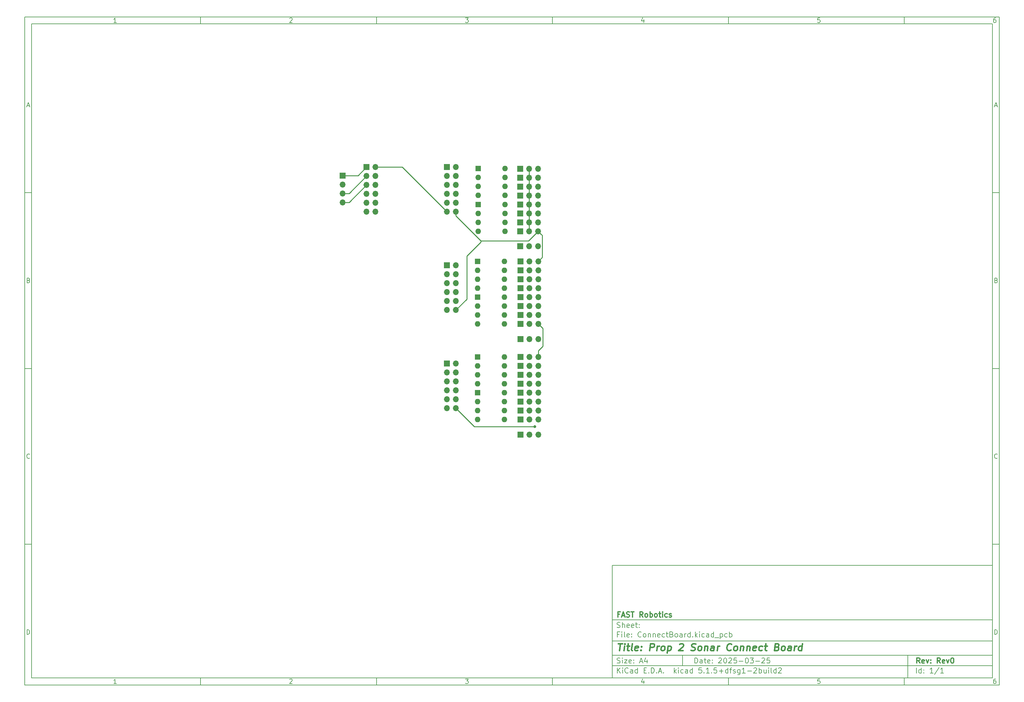
<source format=gbr>
G04 #@! TF.GenerationSoftware,KiCad,Pcbnew,5.1.5+dfsg1-2build2*
G04 #@! TF.CreationDate,2025-03-25T17:45:28-05:00*
G04 #@! TF.ProjectId,ConnectBoard,436f6e6e-6563-4744-926f-6172642e6b69,Rev0*
G04 #@! TF.SameCoordinates,Original*
G04 #@! TF.FileFunction,Copper,L2,Bot*
G04 #@! TF.FilePolarity,Positive*
%FSLAX46Y46*%
G04 Gerber Fmt 4.6, Leading zero omitted, Abs format (unit mm)*
G04 Created by KiCad (PCBNEW 5.1.5+dfsg1-2build2) date 2025-03-25 17:45:28*
%MOMM*%
%LPD*%
G04 APERTURE LIST*
%ADD10C,0.100000*%
%ADD11C,0.150000*%
%ADD12C,0.300000*%
%ADD13C,0.400000*%
%ADD14O,1.700000X1.700000*%
%ADD15R,1.700000X1.700000*%
%ADD16O,1.600000X1.600000*%
%ADD17R,1.600000X1.600000*%
%ADD18C,0.800000*%
%ADD19C,0.250000*%
G04 APERTURE END LIST*
D10*
D11*
X177002200Y-166007200D02*
X177002200Y-198007200D01*
X285002200Y-198007200D01*
X285002200Y-166007200D01*
X177002200Y-166007200D01*
D10*
D11*
X10000000Y-10000000D02*
X10000000Y-200007200D01*
X287002200Y-200007200D01*
X287002200Y-10000000D01*
X10000000Y-10000000D01*
D10*
D11*
X12000000Y-12000000D02*
X12000000Y-198007200D01*
X285002200Y-198007200D01*
X285002200Y-12000000D01*
X12000000Y-12000000D01*
D10*
D11*
X60000000Y-12000000D02*
X60000000Y-10000000D01*
D10*
D11*
X110000000Y-12000000D02*
X110000000Y-10000000D01*
D10*
D11*
X160000000Y-12000000D02*
X160000000Y-10000000D01*
D10*
D11*
X210000000Y-12000000D02*
X210000000Y-10000000D01*
D10*
D11*
X260000000Y-12000000D02*
X260000000Y-10000000D01*
D10*
D11*
X36065476Y-11588095D02*
X35322619Y-11588095D01*
X35694047Y-11588095D02*
X35694047Y-10288095D01*
X35570238Y-10473809D01*
X35446428Y-10597619D01*
X35322619Y-10659523D01*
D10*
D11*
X85322619Y-10411904D02*
X85384523Y-10350000D01*
X85508333Y-10288095D01*
X85817857Y-10288095D01*
X85941666Y-10350000D01*
X86003571Y-10411904D01*
X86065476Y-10535714D01*
X86065476Y-10659523D01*
X86003571Y-10845238D01*
X85260714Y-11588095D01*
X86065476Y-11588095D01*
D10*
D11*
X135260714Y-10288095D02*
X136065476Y-10288095D01*
X135632142Y-10783333D01*
X135817857Y-10783333D01*
X135941666Y-10845238D01*
X136003571Y-10907142D01*
X136065476Y-11030952D01*
X136065476Y-11340476D01*
X136003571Y-11464285D01*
X135941666Y-11526190D01*
X135817857Y-11588095D01*
X135446428Y-11588095D01*
X135322619Y-11526190D01*
X135260714Y-11464285D01*
D10*
D11*
X185941666Y-10721428D02*
X185941666Y-11588095D01*
X185632142Y-10226190D02*
X185322619Y-11154761D01*
X186127380Y-11154761D01*
D10*
D11*
X236003571Y-10288095D02*
X235384523Y-10288095D01*
X235322619Y-10907142D01*
X235384523Y-10845238D01*
X235508333Y-10783333D01*
X235817857Y-10783333D01*
X235941666Y-10845238D01*
X236003571Y-10907142D01*
X236065476Y-11030952D01*
X236065476Y-11340476D01*
X236003571Y-11464285D01*
X235941666Y-11526190D01*
X235817857Y-11588095D01*
X235508333Y-11588095D01*
X235384523Y-11526190D01*
X235322619Y-11464285D01*
D10*
D11*
X285941666Y-10288095D02*
X285694047Y-10288095D01*
X285570238Y-10350000D01*
X285508333Y-10411904D01*
X285384523Y-10597619D01*
X285322619Y-10845238D01*
X285322619Y-11340476D01*
X285384523Y-11464285D01*
X285446428Y-11526190D01*
X285570238Y-11588095D01*
X285817857Y-11588095D01*
X285941666Y-11526190D01*
X286003571Y-11464285D01*
X286065476Y-11340476D01*
X286065476Y-11030952D01*
X286003571Y-10907142D01*
X285941666Y-10845238D01*
X285817857Y-10783333D01*
X285570238Y-10783333D01*
X285446428Y-10845238D01*
X285384523Y-10907142D01*
X285322619Y-11030952D01*
D10*
D11*
X60000000Y-198007200D02*
X60000000Y-200007200D01*
D10*
D11*
X110000000Y-198007200D02*
X110000000Y-200007200D01*
D10*
D11*
X160000000Y-198007200D02*
X160000000Y-200007200D01*
D10*
D11*
X210000000Y-198007200D02*
X210000000Y-200007200D01*
D10*
D11*
X260000000Y-198007200D02*
X260000000Y-200007200D01*
D10*
D11*
X36065476Y-199595295D02*
X35322619Y-199595295D01*
X35694047Y-199595295D02*
X35694047Y-198295295D01*
X35570238Y-198481009D01*
X35446428Y-198604819D01*
X35322619Y-198666723D01*
D10*
D11*
X85322619Y-198419104D02*
X85384523Y-198357200D01*
X85508333Y-198295295D01*
X85817857Y-198295295D01*
X85941666Y-198357200D01*
X86003571Y-198419104D01*
X86065476Y-198542914D01*
X86065476Y-198666723D01*
X86003571Y-198852438D01*
X85260714Y-199595295D01*
X86065476Y-199595295D01*
D10*
D11*
X135260714Y-198295295D02*
X136065476Y-198295295D01*
X135632142Y-198790533D01*
X135817857Y-198790533D01*
X135941666Y-198852438D01*
X136003571Y-198914342D01*
X136065476Y-199038152D01*
X136065476Y-199347676D01*
X136003571Y-199471485D01*
X135941666Y-199533390D01*
X135817857Y-199595295D01*
X135446428Y-199595295D01*
X135322619Y-199533390D01*
X135260714Y-199471485D01*
D10*
D11*
X185941666Y-198728628D02*
X185941666Y-199595295D01*
X185632142Y-198233390D02*
X185322619Y-199161961D01*
X186127380Y-199161961D01*
D10*
D11*
X236003571Y-198295295D02*
X235384523Y-198295295D01*
X235322619Y-198914342D01*
X235384523Y-198852438D01*
X235508333Y-198790533D01*
X235817857Y-198790533D01*
X235941666Y-198852438D01*
X236003571Y-198914342D01*
X236065476Y-199038152D01*
X236065476Y-199347676D01*
X236003571Y-199471485D01*
X235941666Y-199533390D01*
X235817857Y-199595295D01*
X235508333Y-199595295D01*
X235384523Y-199533390D01*
X235322619Y-199471485D01*
D10*
D11*
X285941666Y-198295295D02*
X285694047Y-198295295D01*
X285570238Y-198357200D01*
X285508333Y-198419104D01*
X285384523Y-198604819D01*
X285322619Y-198852438D01*
X285322619Y-199347676D01*
X285384523Y-199471485D01*
X285446428Y-199533390D01*
X285570238Y-199595295D01*
X285817857Y-199595295D01*
X285941666Y-199533390D01*
X286003571Y-199471485D01*
X286065476Y-199347676D01*
X286065476Y-199038152D01*
X286003571Y-198914342D01*
X285941666Y-198852438D01*
X285817857Y-198790533D01*
X285570238Y-198790533D01*
X285446428Y-198852438D01*
X285384523Y-198914342D01*
X285322619Y-199038152D01*
D10*
D11*
X10000000Y-60000000D02*
X12000000Y-60000000D01*
D10*
D11*
X10000000Y-110000000D02*
X12000000Y-110000000D01*
D10*
D11*
X10000000Y-160000000D02*
X12000000Y-160000000D01*
D10*
D11*
X10690476Y-35216666D02*
X11309523Y-35216666D01*
X10566666Y-35588095D02*
X11000000Y-34288095D01*
X11433333Y-35588095D01*
D10*
D11*
X11092857Y-84907142D02*
X11278571Y-84969047D01*
X11340476Y-85030952D01*
X11402380Y-85154761D01*
X11402380Y-85340476D01*
X11340476Y-85464285D01*
X11278571Y-85526190D01*
X11154761Y-85588095D01*
X10659523Y-85588095D01*
X10659523Y-84288095D01*
X11092857Y-84288095D01*
X11216666Y-84350000D01*
X11278571Y-84411904D01*
X11340476Y-84535714D01*
X11340476Y-84659523D01*
X11278571Y-84783333D01*
X11216666Y-84845238D01*
X11092857Y-84907142D01*
X10659523Y-84907142D01*
D10*
D11*
X11402380Y-135464285D02*
X11340476Y-135526190D01*
X11154761Y-135588095D01*
X11030952Y-135588095D01*
X10845238Y-135526190D01*
X10721428Y-135402380D01*
X10659523Y-135278571D01*
X10597619Y-135030952D01*
X10597619Y-134845238D01*
X10659523Y-134597619D01*
X10721428Y-134473809D01*
X10845238Y-134350000D01*
X11030952Y-134288095D01*
X11154761Y-134288095D01*
X11340476Y-134350000D01*
X11402380Y-134411904D01*
D10*
D11*
X10659523Y-185588095D02*
X10659523Y-184288095D01*
X10969047Y-184288095D01*
X11154761Y-184350000D01*
X11278571Y-184473809D01*
X11340476Y-184597619D01*
X11402380Y-184845238D01*
X11402380Y-185030952D01*
X11340476Y-185278571D01*
X11278571Y-185402380D01*
X11154761Y-185526190D01*
X10969047Y-185588095D01*
X10659523Y-185588095D01*
D10*
D11*
X287002200Y-60000000D02*
X285002200Y-60000000D01*
D10*
D11*
X287002200Y-110000000D02*
X285002200Y-110000000D01*
D10*
D11*
X287002200Y-160000000D02*
X285002200Y-160000000D01*
D10*
D11*
X285692676Y-35216666D02*
X286311723Y-35216666D01*
X285568866Y-35588095D02*
X286002200Y-34288095D01*
X286435533Y-35588095D01*
D10*
D11*
X286095057Y-84907142D02*
X286280771Y-84969047D01*
X286342676Y-85030952D01*
X286404580Y-85154761D01*
X286404580Y-85340476D01*
X286342676Y-85464285D01*
X286280771Y-85526190D01*
X286156961Y-85588095D01*
X285661723Y-85588095D01*
X285661723Y-84288095D01*
X286095057Y-84288095D01*
X286218866Y-84350000D01*
X286280771Y-84411904D01*
X286342676Y-84535714D01*
X286342676Y-84659523D01*
X286280771Y-84783333D01*
X286218866Y-84845238D01*
X286095057Y-84907142D01*
X285661723Y-84907142D01*
D10*
D11*
X286404580Y-135464285D02*
X286342676Y-135526190D01*
X286156961Y-135588095D01*
X286033152Y-135588095D01*
X285847438Y-135526190D01*
X285723628Y-135402380D01*
X285661723Y-135278571D01*
X285599819Y-135030952D01*
X285599819Y-134845238D01*
X285661723Y-134597619D01*
X285723628Y-134473809D01*
X285847438Y-134350000D01*
X286033152Y-134288095D01*
X286156961Y-134288095D01*
X286342676Y-134350000D01*
X286404580Y-134411904D01*
D10*
D11*
X285661723Y-185588095D02*
X285661723Y-184288095D01*
X285971247Y-184288095D01*
X286156961Y-184350000D01*
X286280771Y-184473809D01*
X286342676Y-184597619D01*
X286404580Y-184845238D01*
X286404580Y-185030952D01*
X286342676Y-185278571D01*
X286280771Y-185402380D01*
X286156961Y-185526190D01*
X285971247Y-185588095D01*
X285661723Y-185588095D01*
D10*
D11*
X200434342Y-193785771D02*
X200434342Y-192285771D01*
X200791485Y-192285771D01*
X201005771Y-192357200D01*
X201148628Y-192500057D01*
X201220057Y-192642914D01*
X201291485Y-192928628D01*
X201291485Y-193142914D01*
X201220057Y-193428628D01*
X201148628Y-193571485D01*
X201005771Y-193714342D01*
X200791485Y-193785771D01*
X200434342Y-193785771D01*
X202577200Y-193785771D02*
X202577200Y-193000057D01*
X202505771Y-192857200D01*
X202362914Y-192785771D01*
X202077200Y-192785771D01*
X201934342Y-192857200D01*
X202577200Y-193714342D02*
X202434342Y-193785771D01*
X202077200Y-193785771D01*
X201934342Y-193714342D01*
X201862914Y-193571485D01*
X201862914Y-193428628D01*
X201934342Y-193285771D01*
X202077200Y-193214342D01*
X202434342Y-193214342D01*
X202577200Y-193142914D01*
X203077200Y-192785771D02*
X203648628Y-192785771D01*
X203291485Y-192285771D02*
X203291485Y-193571485D01*
X203362914Y-193714342D01*
X203505771Y-193785771D01*
X203648628Y-193785771D01*
X204720057Y-193714342D02*
X204577200Y-193785771D01*
X204291485Y-193785771D01*
X204148628Y-193714342D01*
X204077200Y-193571485D01*
X204077200Y-193000057D01*
X204148628Y-192857200D01*
X204291485Y-192785771D01*
X204577200Y-192785771D01*
X204720057Y-192857200D01*
X204791485Y-193000057D01*
X204791485Y-193142914D01*
X204077200Y-193285771D01*
X205434342Y-193642914D02*
X205505771Y-193714342D01*
X205434342Y-193785771D01*
X205362914Y-193714342D01*
X205434342Y-193642914D01*
X205434342Y-193785771D01*
X205434342Y-192857200D02*
X205505771Y-192928628D01*
X205434342Y-193000057D01*
X205362914Y-192928628D01*
X205434342Y-192857200D01*
X205434342Y-193000057D01*
X207220057Y-192428628D02*
X207291485Y-192357200D01*
X207434342Y-192285771D01*
X207791485Y-192285771D01*
X207934342Y-192357200D01*
X208005771Y-192428628D01*
X208077200Y-192571485D01*
X208077200Y-192714342D01*
X208005771Y-192928628D01*
X207148628Y-193785771D01*
X208077200Y-193785771D01*
X209005771Y-192285771D02*
X209148628Y-192285771D01*
X209291485Y-192357200D01*
X209362914Y-192428628D01*
X209434342Y-192571485D01*
X209505771Y-192857200D01*
X209505771Y-193214342D01*
X209434342Y-193500057D01*
X209362914Y-193642914D01*
X209291485Y-193714342D01*
X209148628Y-193785771D01*
X209005771Y-193785771D01*
X208862914Y-193714342D01*
X208791485Y-193642914D01*
X208720057Y-193500057D01*
X208648628Y-193214342D01*
X208648628Y-192857200D01*
X208720057Y-192571485D01*
X208791485Y-192428628D01*
X208862914Y-192357200D01*
X209005771Y-192285771D01*
X210077200Y-192428628D02*
X210148628Y-192357200D01*
X210291485Y-192285771D01*
X210648628Y-192285771D01*
X210791485Y-192357200D01*
X210862914Y-192428628D01*
X210934342Y-192571485D01*
X210934342Y-192714342D01*
X210862914Y-192928628D01*
X210005771Y-193785771D01*
X210934342Y-193785771D01*
X212291485Y-192285771D02*
X211577200Y-192285771D01*
X211505771Y-193000057D01*
X211577200Y-192928628D01*
X211720057Y-192857200D01*
X212077200Y-192857200D01*
X212220057Y-192928628D01*
X212291485Y-193000057D01*
X212362914Y-193142914D01*
X212362914Y-193500057D01*
X212291485Y-193642914D01*
X212220057Y-193714342D01*
X212077200Y-193785771D01*
X211720057Y-193785771D01*
X211577200Y-193714342D01*
X211505771Y-193642914D01*
X213005771Y-193214342D02*
X214148628Y-193214342D01*
X215148628Y-192285771D02*
X215291485Y-192285771D01*
X215434342Y-192357200D01*
X215505771Y-192428628D01*
X215577200Y-192571485D01*
X215648628Y-192857200D01*
X215648628Y-193214342D01*
X215577200Y-193500057D01*
X215505771Y-193642914D01*
X215434342Y-193714342D01*
X215291485Y-193785771D01*
X215148628Y-193785771D01*
X215005771Y-193714342D01*
X214934342Y-193642914D01*
X214862914Y-193500057D01*
X214791485Y-193214342D01*
X214791485Y-192857200D01*
X214862914Y-192571485D01*
X214934342Y-192428628D01*
X215005771Y-192357200D01*
X215148628Y-192285771D01*
X216148628Y-192285771D02*
X217077200Y-192285771D01*
X216577200Y-192857200D01*
X216791485Y-192857200D01*
X216934342Y-192928628D01*
X217005771Y-193000057D01*
X217077200Y-193142914D01*
X217077200Y-193500057D01*
X217005771Y-193642914D01*
X216934342Y-193714342D01*
X216791485Y-193785771D01*
X216362914Y-193785771D01*
X216220057Y-193714342D01*
X216148628Y-193642914D01*
X217720057Y-193214342D02*
X218862914Y-193214342D01*
X219505771Y-192428628D02*
X219577200Y-192357200D01*
X219720057Y-192285771D01*
X220077200Y-192285771D01*
X220220057Y-192357200D01*
X220291485Y-192428628D01*
X220362914Y-192571485D01*
X220362914Y-192714342D01*
X220291485Y-192928628D01*
X219434342Y-193785771D01*
X220362914Y-193785771D01*
X221720057Y-192285771D02*
X221005771Y-192285771D01*
X220934342Y-193000057D01*
X221005771Y-192928628D01*
X221148628Y-192857200D01*
X221505771Y-192857200D01*
X221648628Y-192928628D01*
X221720057Y-193000057D01*
X221791485Y-193142914D01*
X221791485Y-193500057D01*
X221720057Y-193642914D01*
X221648628Y-193714342D01*
X221505771Y-193785771D01*
X221148628Y-193785771D01*
X221005771Y-193714342D01*
X220934342Y-193642914D01*
D10*
D11*
X177002200Y-194507200D02*
X285002200Y-194507200D01*
D10*
D11*
X178434342Y-196585771D02*
X178434342Y-195085771D01*
X179291485Y-196585771D02*
X178648628Y-195728628D01*
X179291485Y-195085771D02*
X178434342Y-195942914D01*
X179934342Y-196585771D02*
X179934342Y-195585771D01*
X179934342Y-195085771D02*
X179862914Y-195157200D01*
X179934342Y-195228628D01*
X180005771Y-195157200D01*
X179934342Y-195085771D01*
X179934342Y-195228628D01*
X181505771Y-196442914D02*
X181434342Y-196514342D01*
X181220057Y-196585771D01*
X181077200Y-196585771D01*
X180862914Y-196514342D01*
X180720057Y-196371485D01*
X180648628Y-196228628D01*
X180577200Y-195942914D01*
X180577200Y-195728628D01*
X180648628Y-195442914D01*
X180720057Y-195300057D01*
X180862914Y-195157200D01*
X181077200Y-195085771D01*
X181220057Y-195085771D01*
X181434342Y-195157200D01*
X181505771Y-195228628D01*
X182791485Y-196585771D02*
X182791485Y-195800057D01*
X182720057Y-195657200D01*
X182577200Y-195585771D01*
X182291485Y-195585771D01*
X182148628Y-195657200D01*
X182791485Y-196514342D02*
X182648628Y-196585771D01*
X182291485Y-196585771D01*
X182148628Y-196514342D01*
X182077200Y-196371485D01*
X182077200Y-196228628D01*
X182148628Y-196085771D01*
X182291485Y-196014342D01*
X182648628Y-196014342D01*
X182791485Y-195942914D01*
X184148628Y-196585771D02*
X184148628Y-195085771D01*
X184148628Y-196514342D02*
X184005771Y-196585771D01*
X183720057Y-196585771D01*
X183577200Y-196514342D01*
X183505771Y-196442914D01*
X183434342Y-196300057D01*
X183434342Y-195871485D01*
X183505771Y-195728628D01*
X183577200Y-195657200D01*
X183720057Y-195585771D01*
X184005771Y-195585771D01*
X184148628Y-195657200D01*
X186005771Y-195800057D02*
X186505771Y-195800057D01*
X186720057Y-196585771D02*
X186005771Y-196585771D01*
X186005771Y-195085771D01*
X186720057Y-195085771D01*
X187362914Y-196442914D02*
X187434342Y-196514342D01*
X187362914Y-196585771D01*
X187291485Y-196514342D01*
X187362914Y-196442914D01*
X187362914Y-196585771D01*
X188077200Y-196585771D02*
X188077200Y-195085771D01*
X188434342Y-195085771D01*
X188648628Y-195157200D01*
X188791485Y-195300057D01*
X188862914Y-195442914D01*
X188934342Y-195728628D01*
X188934342Y-195942914D01*
X188862914Y-196228628D01*
X188791485Y-196371485D01*
X188648628Y-196514342D01*
X188434342Y-196585771D01*
X188077200Y-196585771D01*
X189577200Y-196442914D02*
X189648628Y-196514342D01*
X189577200Y-196585771D01*
X189505771Y-196514342D01*
X189577200Y-196442914D01*
X189577200Y-196585771D01*
X190220057Y-196157200D02*
X190934342Y-196157200D01*
X190077200Y-196585771D02*
X190577200Y-195085771D01*
X191077200Y-196585771D01*
X191577200Y-196442914D02*
X191648628Y-196514342D01*
X191577200Y-196585771D01*
X191505771Y-196514342D01*
X191577200Y-196442914D01*
X191577200Y-196585771D01*
X194577200Y-196585771D02*
X194577200Y-195085771D01*
X194720057Y-196014342D02*
X195148628Y-196585771D01*
X195148628Y-195585771D02*
X194577200Y-196157200D01*
X195791485Y-196585771D02*
X195791485Y-195585771D01*
X195791485Y-195085771D02*
X195720057Y-195157200D01*
X195791485Y-195228628D01*
X195862914Y-195157200D01*
X195791485Y-195085771D01*
X195791485Y-195228628D01*
X197148628Y-196514342D02*
X197005771Y-196585771D01*
X196720057Y-196585771D01*
X196577200Y-196514342D01*
X196505771Y-196442914D01*
X196434342Y-196300057D01*
X196434342Y-195871485D01*
X196505771Y-195728628D01*
X196577200Y-195657200D01*
X196720057Y-195585771D01*
X197005771Y-195585771D01*
X197148628Y-195657200D01*
X198434342Y-196585771D02*
X198434342Y-195800057D01*
X198362914Y-195657200D01*
X198220057Y-195585771D01*
X197934342Y-195585771D01*
X197791485Y-195657200D01*
X198434342Y-196514342D02*
X198291485Y-196585771D01*
X197934342Y-196585771D01*
X197791485Y-196514342D01*
X197720057Y-196371485D01*
X197720057Y-196228628D01*
X197791485Y-196085771D01*
X197934342Y-196014342D01*
X198291485Y-196014342D01*
X198434342Y-195942914D01*
X199791485Y-196585771D02*
X199791485Y-195085771D01*
X199791485Y-196514342D02*
X199648628Y-196585771D01*
X199362914Y-196585771D01*
X199220057Y-196514342D01*
X199148628Y-196442914D01*
X199077200Y-196300057D01*
X199077200Y-195871485D01*
X199148628Y-195728628D01*
X199220057Y-195657200D01*
X199362914Y-195585771D01*
X199648628Y-195585771D01*
X199791485Y-195657200D01*
X202362914Y-195085771D02*
X201648628Y-195085771D01*
X201577200Y-195800057D01*
X201648628Y-195728628D01*
X201791485Y-195657200D01*
X202148628Y-195657200D01*
X202291485Y-195728628D01*
X202362914Y-195800057D01*
X202434342Y-195942914D01*
X202434342Y-196300057D01*
X202362914Y-196442914D01*
X202291485Y-196514342D01*
X202148628Y-196585771D01*
X201791485Y-196585771D01*
X201648628Y-196514342D01*
X201577200Y-196442914D01*
X203077200Y-196442914D02*
X203148628Y-196514342D01*
X203077200Y-196585771D01*
X203005771Y-196514342D01*
X203077200Y-196442914D01*
X203077200Y-196585771D01*
X204577200Y-196585771D02*
X203720057Y-196585771D01*
X204148628Y-196585771D02*
X204148628Y-195085771D01*
X204005771Y-195300057D01*
X203862914Y-195442914D01*
X203720057Y-195514342D01*
X205220057Y-196442914D02*
X205291485Y-196514342D01*
X205220057Y-196585771D01*
X205148628Y-196514342D01*
X205220057Y-196442914D01*
X205220057Y-196585771D01*
X206648628Y-195085771D02*
X205934342Y-195085771D01*
X205862914Y-195800057D01*
X205934342Y-195728628D01*
X206077200Y-195657200D01*
X206434342Y-195657200D01*
X206577200Y-195728628D01*
X206648628Y-195800057D01*
X206720057Y-195942914D01*
X206720057Y-196300057D01*
X206648628Y-196442914D01*
X206577200Y-196514342D01*
X206434342Y-196585771D01*
X206077200Y-196585771D01*
X205934342Y-196514342D01*
X205862914Y-196442914D01*
X207362914Y-196014342D02*
X208505771Y-196014342D01*
X207934342Y-196585771D02*
X207934342Y-195442914D01*
X209862914Y-196585771D02*
X209862914Y-195085771D01*
X209862914Y-196514342D02*
X209720057Y-196585771D01*
X209434342Y-196585771D01*
X209291485Y-196514342D01*
X209220057Y-196442914D01*
X209148628Y-196300057D01*
X209148628Y-195871485D01*
X209220057Y-195728628D01*
X209291485Y-195657200D01*
X209434342Y-195585771D01*
X209720057Y-195585771D01*
X209862914Y-195657200D01*
X210362914Y-195585771D02*
X210934342Y-195585771D01*
X210577200Y-196585771D02*
X210577200Y-195300057D01*
X210648628Y-195157200D01*
X210791485Y-195085771D01*
X210934342Y-195085771D01*
X211362914Y-196514342D02*
X211505771Y-196585771D01*
X211791485Y-196585771D01*
X211934342Y-196514342D01*
X212005771Y-196371485D01*
X212005771Y-196300057D01*
X211934342Y-196157200D01*
X211791485Y-196085771D01*
X211577200Y-196085771D01*
X211434342Y-196014342D01*
X211362914Y-195871485D01*
X211362914Y-195800057D01*
X211434342Y-195657200D01*
X211577200Y-195585771D01*
X211791485Y-195585771D01*
X211934342Y-195657200D01*
X213291485Y-195585771D02*
X213291485Y-196800057D01*
X213220057Y-196942914D01*
X213148628Y-197014342D01*
X213005771Y-197085771D01*
X212791485Y-197085771D01*
X212648628Y-197014342D01*
X213291485Y-196514342D02*
X213148628Y-196585771D01*
X212862914Y-196585771D01*
X212720057Y-196514342D01*
X212648628Y-196442914D01*
X212577200Y-196300057D01*
X212577200Y-195871485D01*
X212648628Y-195728628D01*
X212720057Y-195657200D01*
X212862914Y-195585771D01*
X213148628Y-195585771D01*
X213291485Y-195657200D01*
X214791485Y-196585771D02*
X213934342Y-196585771D01*
X214362914Y-196585771D02*
X214362914Y-195085771D01*
X214220057Y-195300057D01*
X214077200Y-195442914D01*
X213934342Y-195514342D01*
X215434342Y-196014342D02*
X216577200Y-196014342D01*
X217220057Y-195228628D02*
X217291485Y-195157200D01*
X217434342Y-195085771D01*
X217791485Y-195085771D01*
X217934342Y-195157200D01*
X218005771Y-195228628D01*
X218077200Y-195371485D01*
X218077200Y-195514342D01*
X218005771Y-195728628D01*
X217148628Y-196585771D01*
X218077200Y-196585771D01*
X218720057Y-196585771D02*
X218720057Y-195085771D01*
X218720057Y-195657200D02*
X218862914Y-195585771D01*
X219148628Y-195585771D01*
X219291485Y-195657200D01*
X219362914Y-195728628D01*
X219434342Y-195871485D01*
X219434342Y-196300057D01*
X219362914Y-196442914D01*
X219291485Y-196514342D01*
X219148628Y-196585771D01*
X218862914Y-196585771D01*
X218720057Y-196514342D01*
X220720057Y-195585771D02*
X220720057Y-196585771D01*
X220077200Y-195585771D02*
X220077200Y-196371485D01*
X220148628Y-196514342D01*
X220291485Y-196585771D01*
X220505771Y-196585771D01*
X220648628Y-196514342D01*
X220720057Y-196442914D01*
X221434342Y-196585771D02*
X221434342Y-195585771D01*
X221434342Y-195085771D02*
X221362914Y-195157200D01*
X221434342Y-195228628D01*
X221505771Y-195157200D01*
X221434342Y-195085771D01*
X221434342Y-195228628D01*
X222362914Y-196585771D02*
X222220057Y-196514342D01*
X222148628Y-196371485D01*
X222148628Y-195085771D01*
X223577200Y-196585771D02*
X223577200Y-195085771D01*
X223577200Y-196514342D02*
X223434342Y-196585771D01*
X223148628Y-196585771D01*
X223005771Y-196514342D01*
X222934342Y-196442914D01*
X222862914Y-196300057D01*
X222862914Y-195871485D01*
X222934342Y-195728628D01*
X223005771Y-195657200D01*
X223148628Y-195585771D01*
X223434342Y-195585771D01*
X223577200Y-195657200D01*
X224220057Y-195228628D02*
X224291485Y-195157200D01*
X224434342Y-195085771D01*
X224791485Y-195085771D01*
X224934342Y-195157200D01*
X225005771Y-195228628D01*
X225077200Y-195371485D01*
X225077200Y-195514342D01*
X225005771Y-195728628D01*
X224148628Y-196585771D01*
X225077200Y-196585771D01*
D10*
D11*
X177002200Y-191507200D02*
X285002200Y-191507200D01*
D10*
D12*
X264411485Y-193785771D02*
X263911485Y-193071485D01*
X263554342Y-193785771D02*
X263554342Y-192285771D01*
X264125771Y-192285771D01*
X264268628Y-192357200D01*
X264340057Y-192428628D01*
X264411485Y-192571485D01*
X264411485Y-192785771D01*
X264340057Y-192928628D01*
X264268628Y-193000057D01*
X264125771Y-193071485D01*
X263554342Y-193071485D01*
X265625771Y-193714342D02*
X265482914Y-193785771D01*
X265197200Y-193785771D01*
X265054342Y-193714342D01*
X264982914Y-193571485D01*
X264982914Y-193000057D01*
X265054342Y-192857200D01*
X265197200Y-192785771D01*
X265482914Y-192785771D01*
X265625771Y-192857200D01*
X265697200Y-193000057D01*
X265697200Y-193142914D01*
X264982914Y-193285771D01*
X266197200Y-192785771D02*
X266554342Y-193785771D01*
X266911485Y-192785771D01*
X267482914Y-193642914D02*
X267554342Y-193714342D01*
X267482914Y-193785771D01*
X267411485Y-193714342D01*
X267482914Y-193642914D01*
X267482914Y-193785771D01*
X267482914Y-192857200D02*
X267554342Y-192928628D01*
X267482914Y-193000057D01*
X267411485Y-192928628D01*
X267482914Y-192857200D01*
X267482914Y-193000057D01*
X270197200Y-193785771D02*
X269697200Y-193071485D01*
X269340057Y-193785771D02*
X269340057Y-192285771D01*
X269911485Y-192285771D01*
X270054342Y-192357200D01*
X270125771Y-192428628D01*
X270197200Y-192571485D01*
X270197200Y-192785771D01*
X270125771Y-192928628D01*
X270054342Y-193000057D01*
X269911485Y-193071485D01*
X269340057Y-193071485D01*
X271411485Y-193714342D02*
X271268628Y-193785771D01*
X270982914Y-193785771D01*
X270840057Y-193714342D01*
X270768628Y-193571485D01*
X270768628Y-193000057D01*
X270840057Y-192857200D01*
X270982914Y-192785771D01*
X271268628Y-192785771D01*
X271411485Y-192857200D01*
X271482914Y-193000057D01*
X271482914Y-193142914D01*
X270768628Y-193285771D01*
X271982914Y-192785771D02*
X272340057Y-193785771D01*
X272697200Y-192785771D01*
X273554342Y-192285771D02*
X273697200Y-192285771D01*
X273840057Y-192357200D01*
X273911485Y-192428628D01*
X273982914Y-192571485D01*
X274054342Y-192857200D01*
X274054342Y-193214342D01*
X273982914Y-193500057D01*
X273911485Y-193642914D01*
X273840057Y-193714342D01*
X273697200Y-193785771D01*
X273554342Y-193785771D01*
X273411485Y-193714342D01*
X273340057Y-193642914D01*
X273268628Y-193500057D01*
X273197200Y-193214342D01*
X273197200Y-192857200D01*
X273268628Y-192571485D01*
X273340057Y-192428628D01*
X273411485Y-192357200D01*
X273554342Y-192285771D01*
D10*
D11*
X178362914Y-193714342D02*
X178577200Y-193785771D01*
X178934342Y-193785771D01*
X179077200Y-193714342D01*
X179148628Y-193642914D01*
X179220057Y-193500057D01*
X179220057Y-193357200D01*
X179148628Y-193214342D01*
X179077200Y-193142914D01*
X178934342Y-193071485D01*
X178648628Y-193000057D01*
X178505771Y-192928628D01*
X178434342Y-192857200D01*
X178362914Y-192714342D01*
X178362914Y-192571485D01*
X178434342Y-192428628D01*
X178505771Y-192357200D01*
X178648628Y-192285771D01*
X179005771Y-192285771D01*
X179220057Y-192357200D01*
X179862914Y-193785771D02*
X179862914Y-192785771D01*
X179862914Y-192285771D02*
X179791485Y-192357200D01*
X179862914Y-192428628D01*
X179934342Y-192357200D01*
X179862914Y-192285771D01*
X179862914Y-192428628D01*
X180434342Y-192785771D02*
X181220057Y-192785771D01*
X180434342Y-193785771D01*
X181220057Y-193785771D01*
X182362914Y-193714342D02*
X182220057Y-193785771D01*
X181934342Y-193785771D01*
X181791485Y-193714342D01*
X181720057Y-193571485D01*
X181720057Y-193000057D01*
X181791485Y-192857200D01*
X181934342Y-192785771D01*
X182220057Y-192785771D01*
X182362914Y-192857200D01*
X182434342Y-193000057D01*
X182434342Y-193142914D01*
X181720057Y-193285771D01*
X183077200Y-193642914D02*
X183148628Y-193714342D01*
X183077200Y-193785771D01*
X183005771Y-193714342D01*
X183077200Y-193642914D01*
X183077200Y-193785771D01*
X183077200Y-192857200D02*
X183148628Y-192928628D01*
X183077200Y-193000057D01*
X183005771Y-192928628D01*
X183077200Y-192857200D01*
X183077200Y-193000057D01*
X184862914Y-193357200D02*
X185577200Y-193357200D01*
X184720057Y-193785771D02*
X185220057Y-192285771D01*
X185720057Y-193785771D01*
X186862914Y-192785771D02*
X186862914Y-193785771D01*
X186505771Y-192214342D02*
X186148628Y-193285771D01*
X187077200Y-193285771D01*
D10*
D11*
X263434342Y-196585771D02*
X263434342Y-195085771D01*
X264791485Y-196585771D02*
X264791485Y-195085771D01*
X264791485Y-196514342D02*
X264648628Y-196585771D01*
X264362914Y-196585771D01*
X264220057Y-196514342D01*
X264148628Y-196442914D01*
X264077200Y-196300057D01*
X264077200Y-195871485D01*
X264148628Y-195728628D01*
X264220057Y-195657200D01*
X264362914Y-195585771D01*
X264648628Y-195585771D01*
X264791485Y-195657200D01*
X265505771Y-196442914D02*
X265577200Y-196514342D01*
X265505771Y-196585771D01*
X265434342Y-196514342D01*
X265505771Y-196442914D01*
X265505771Y-196585771D01*
X265505771Y-195657200D02*
X265577200Y-195728628D01*
X265505771Y-195800057D01*
X265434342Y-195728628D01*
X265505771Y-195657200D01*
X265505771Y-195800057D01*
X268148628Y-196585771D02*
X267291485Y-196585771D01*
X267720057Y-196585771D02*
X267720057Y-195085771D01*
X267577200Y-195300057D01*
X267434342Y-195442914D01*
X267291485Y-195514342D01*
X269862914Y-195014342D02*
X268577200Y-196942914D01*
X271148628Y-196585771D02*
X270291485Y-196585771D01*
X270720057Y-196585771D02*
X270720057Y-195085771D01*
X270577200Y-195300057D01*
X270434342Y-195442914D01*
X270291485Y-195514342D01*
D10*
D11*
X177002200Y-187507200D02*
X285002200Y-187507200D01*
D10*
D13*
X178714580Y-188211961D02*
X179857438Y-188211961D01*
X179036009Y-190211961D02*
X179286009Y-188211961D01*
X180274104Y-190211961D02*
X180440771Y-188878628D01*
X180524104Y-188211961D02*
X180416961Y-188307200D01*
X180500295Y-188402438D01*
X180607438Y-188307200D01*
X180524104Y-188211961D01*
X180500295Y-188402438D01*
X181107438Y-188878628D02*
X181869342Y-188878628D01*
X181476485Y-188211961D02*
X181262200Y-189926247D01*
X181333628Y-190116723D01*
X181512200Y-190211961D01*
X181702676Y-190211961D01*
X182655057Y-190211961D02*
X182476485Y-190116723D01*
X182405057Y-189926247D01*
X182619342Y-188211961D01*
X184190771Y-190116723D02*
X183988390Y-190211961D01*
X183607438Y-190211961D01*
X183428866Y-190116723D01*
X183357438Y-189926247D01*
X183452676Y-189164342D01*
X183571723Y-188973866D01*
X183774104Y-188878628D01*
X184155057Y-188878628D01*
X184333628Y-188973866D01*
X184405057Y-189164342D01*
X184381247Y-189354819D01*
X183405057Y-189545295D01*
X185155057Y-190021485D02*
X185238390Y-190116723D01*
X185131247Y-190211961D01*
X185047914Y-190116723D01*
X185155057Y-190021485D01*
X185131247Y-190211961D01*
X185286009Y-188973866D02*
X185369342Y-189069104D01*
X185262200Y-189164342D01*
X185178866Y-189069104D01*
X185286009Y-188973866D01*
X185262200Y-189164342D01*
X187607438Y-190211961D02*
X187857438Y-188211961D01*
X188619342Y-188211961D01*
X188797914Y-188307200D01*
X188881247Y-188402438D01*
X188952676Y-188592914D01*
X188916961Y-188878628D01*
X188797914Y-189069104D01*
X188690771Y-189164342D01*
X188488390Y-189259580D01*
X187726485Y-189259580D01*
X189607438Y-190211961D02*
X189774104Y-188878628D01*
X189726485Y-189259580D02*
X189845533Y-189069104D01*
X189952676Y-188973866D01*
X190155057Y-188878628D01*
X190345533Y-188878628D01*
X191131247Y-190211961D02*
X190952676Y-190116723D01*
X190869342Y-190021485D01*
X190797914Y-189831009D01*
X190869342Y-189259580D01*
X190988390Y-189069104D01*
X191095533Y-188973866D01*
X191297914Y-188878628D01*
X191583628Y-188878628D01*
X191762200Y-188973866D01*
X191845533Y-189069104D01*
X191916961Y-189259580D01*
X191845533Y-189831009D01*
X191726485Y-190021485D01*
X191619342Y-190116723D01*
X191416961Y-190211961D01*
X191131247Y-190211961D01*
X192821723Y-188878628D02*
X192571723Y-190878628D01*
X192809819Y-188973866D02*
X193012200Y-188878628D01*
X193393152Y-188878628D01*
X193571723Y-188973866D01*
X193655057Y-189069104D01*
X193726485Y-189259580D01*
X193655057Y-189831009D01*
X193536009Y-190021485D01*
X193428866Y-190116723D01*
X193226485Y-190211961D01*
X192845533Y-190211961D01*
X192666961Y-190116723D01*
X196119342Y-188402438D02*
X196226485Y-188307200D01*
X196428866Y-188211961D01*
X196905057Y-188211961D01*
X197083628Y-188307200D01*
X197166961Y-188402438D01*
X197238390Y-188592914D01*
X197214580Y-188783390D01*
X197083628Y-189069104D01*
X195797914Y-190211961D01*
X197036009Y-190211961D01*
X199333628Y-190116723D02*
X199607438Y-190211961D01*
X200083628Y-190211961D01*
X200286009Y-190116723D01*
X200393152Y-190021485D01*
X200512200Y-189831009D01*
X200536009Y-189640533D01*
X200464580Y-189450057D01*
X200381247Y-189354819D01*
X200202676Y-189259580D01*
X199833628Y-189164342D01*
X199655057Y-189069104D01*
X199571723Y-188973866D01*
X199500295Y-188783390D01*
X199524104Y-188592914D01*
X199643152Y-188402438D01*
X199750295Y-188307200D01*
X199952676Y-188211961D01*
X200428866Y-188211961D01*
X200702676Y-188307200D01*
X201607438Y-190211961D02*
X201428866Y-190116723D01*
X201345533Y-190021485D01*
X201274104Y-189831009D01*
X201345533Y-189259580D01*
X201464580Y-189069104D01*
X201571723Y-188973866D01*
X201774104Y-188878628D01*
X202059819Y-188878628D01*
X202238390Y-188973866D01*
X202321723Y-189069104D01*
X202393152Y-189259580D01*
X202321723Y-189831009D01*
X202202676Y-190021485D01*
X202095533Y-190116723D01*
X201893152Y-190211961D01*
X201607438Y-190211961D01*
X203297914Y-188878628D02*
X203131247Y-190211961D01*
X203274104Y-189069104D02*
X203381247Y-188973866D01*
X203583628Y-188878628D01*
X203869342Y-188878628D01*
X204047914Y-188973866D01*
X204119342Y-189164342D01*
X203988390Y-190211961D01*
X205797914Y-190211961D02*
X205928866Y-189164342D01*
X205857438Y-188973866D01*
X205678866Y-188878628D01*
X205297914Y-188878628D01*
X205095533Y-188973866D01*
X205809819Y-190116723D02*
X205607438Y-190211961D01*
X205131247Y-190211961D01*
X204952676Y-190116723D01*
X204881247Y-189926247D01*
X204905057Y-189735771D01*
X205024104Y-189545295D01*
X205226485Y-189450057D01*
X205702676Y-189450057D01*
X205905057Y-189354819D01*
X206750295Y-190211961D02*
X206916961Y-188878628D01*
X206869342Y-189259580D02*
X206988390Y-189069104D01*
X207095533Y-188973866D01*
X207297914Y-188878628D01*
X207488390Y-188878628D01*
X210678866Y-190021485D02*
X210571723Y-190116723D01*
X210274104Y-190211961D01*
X210083628Y-190211961D01*
X209809819Y-190116723D01*
X209643152Y-189926247D01*
X209571723Y-189735771D01*
X209524104Y-189354819D01*
X209559819Y-189069104D01*
X209702676Y-188688152D01*
X209821723Y-188497676D01*
X210036009Y-188307200D01*
X210333628Y-188211961D01*
X210524104Y-188211961D01*
X210797914Y-188307200D01*
X210881247Y-188402438D01*
X211797914Y-190211961D02*
X211619342Y-190116723D01*
X211536009Y-190021485D01*
X211464580Y-189831009D01*
X211536009Y-189259580D01*
X211655057Y-189069104D01*
X211762200Y-188973866D01*
X211964580Y-188878628D01*
X212250295Y-188878628D01*
X212428866Y-188973866D01*
X212512200Y-189069104D01*
X212583628Y-189259580D01*
X212512200Y-189831009D01*
X212393152Y-190021485D01*
X212286009Y-190116723D01*
X212083628Y-190211961D01*
X211797914Y-190211961D01*
X213488390Y-188878628D02*
X213321723Y-190211961D01*
X213464580Y-189069104D02*
X213571723Y-188973866D01*
X213774104Y-188878628D01*
X214059819Y-188878628D01*
X214238390Y-188973866D01*
X214309819Y-189164342D01*
X214178866Y-190211961D01*
X215297914Y-188878628D02*
X215131247Y-190211961D01*
X215274104Y-189069104D02*
X215381247Y-188973866D01*
X215583628Y-188878628D01*
X215869342Y-188878628D01*
X216047914Y-188973866D01*
X216119342Y-189164342D01*
X215988390Y-190211961D01*
X217714580Y-190116723D02*
X217512200Y-190211961D01*
X217131247Y-190211961D01*
X216952676Y-190116723D01*
X216881247Y-189926247D01*
X216976485Y-189164342D01*
X217095533Y-188973866D01*
X217297914Y-188878628D01*
X217678866Y-188878628D01*
X217857438Y-188973866D01*
X217928866Y-189164342D01*
X217905057Y-189354819D01*
X216928866Y-189545295D01*
X219524104Y-190116723D02*
X219321723Y-190211961D01*
X218940771Y-190211961D01*
X218762200Y-190116723D01*
X218678866Y-190021485D01*
X218607438Y-189831009D01*
X218678866Y-189259580D01*
X218797914Y-189069104D01*
X218905057Y-188973866D01*
X219107438Y-188878628D01*
X219488390Y-188878628D01*
X219666961Y-188973866D01*
X220250295Y-188878628D02*
X221012200Y-188878628D01*
X220619342Y-188211961D02*
X220405057Y-189926247D01*
X220476485Y-190116723D01*
X220655057Y-190211961D01*
X220845533Y-190211961D01*
X223833628Y-189164342D02*
X224107438Y-189259580D01*
X224190771Y-189354819D01*
X224262200Y-189545295D01*
X224226485Y-189831009D01*
X224107438Y-190021485D01*
X224000295Y-190116723D01*
X223797914Y-190211961D01*
X223036009Y-190211961D01*
X223286009Y-188211961D01*
X223952676Y-188211961D01*
X224131247Y-188307200D01*
X224214580Y-188402438D01*
X224286009Y-188592914D01*
X224262200Y-188783390D01*
X224143152Y-188973866D01*
X224036009Y-189069104D01*
X223833628Y-189164342D01*
X223166961Y-189164342D01*
X225321723Y-190211961D02*
X225143152Y-190116723D01*
X225059819Y-190021485D01*
X224988390Y-189831009D01*
X225059819Y-189259580D01*
X225178866Y-189069104D01*
X225286009Y-188973866D01*
X225488390Y-188878628D01*
X225774104Y-188878628D01*
X225952676Y-188973866D01*
X226036009Y-189069104D01*
X226107438Y-189259580D01*
X226036009Y-189831009D01*
X225916961Y-190021485D01*
X225809819Y-190116723D01*
X225607438Y-190211961D01*
X225321723Y-190211961D01*
X227702676Y-190211961D02*
X227833628Y-189164342D01*
X227762200Y-188973866D01*
X227583628Y-188878628D01*
X227202676Y-188878628D01*
X227000295Y-188973866D01*
X227714580Y-190116723D02*
X227512200Y-190211961D01*
X227036009Y-190211961D01*
X226857438Y-190116723D01*
X226786009Y-189926247D01*
X226809819Y-189735771D01*
X226928866Y-189545295D01*
X227131247Y-189450057D01*
X227607438Y-189450057D01*
X227809819Y-189354819D01*
X228655057Y-190211961D02*
X228821723Y-188878628D01*
X228774104Y-189259580D02*
X228893152Y-189069104D01*
X229000295Y-188973866D01*
X229202676Y-188878628D01*
X229393152Y-188878628D01*
X230750295Y-190211961D02*
X231000295Y-188211961D01*
X230762200Y-190116723D02*
X230559819Y-190211961D01*
X230178866Y-190211961D01*
X230000295Y-190116723D01*
X229916961Y-190021485D01*
X229845533Y-189831009D01*
X229916961Y-189259580D01*
X230036009Y-189069104D01*
X230143152Y-188973866D01*
X230345533Y-188878628D01*
X230726485Y-188878628D01*
X230905057Y-188973866D01*
D10*
D11*
X178934342Y-185600057D02*
X178434342Y-185600057D01*
X178434342Y-186385771D02*
X178434342Y-184885771D01*
X179148628Y-184885771D01*
X179720057Y-186385771D02*
X179720057Y-185385771D01*
X179720057Y-184885771D02*
X179648628Y-184957200D01*
X179720057Y-185028628D01*
X179791485Y-184957200D01*
X179720057Y-184885771D01*
X179720057Y-185028628D01*
X180648628Y-186385771D02*
X180505771Y-186314342D01*
X180434342Y-186171485D01*
X180434342Y-184885771D01*
X181791485Y-186314342D02*
X181648628Y-186385771D01*
X181362914Y-186385771D01*
X181220057Y-186314342D01*
X181148628Y-186171485D01*
X181148628Y-185600057D01*
X181220057Y-185457200D01*
X181362914Y-185385771D01*
X181648628Y-185385771D01*
X181791485Y-185457200D01*
X181862914Y-185600057D01*
X181862914Y-185742914D01*
X181148628Y-185885771D01*
X182505771Y-186242914D02*
X182577200Y-186314342D01*
X182505771Y-186385771D01*
X182434342Y-186314342D01*
X182505771Y-186242914D01*
X182505771Y-186385771D01*
X182505771Y-185457200D02*
X182577200Y-185528628D01*
X182505771Y-185600057D01*
X182434342Y-185528628D01*
X182505771Y-185457200D01*
X182505771Y-185600057D01*
X185220057Y-186242914D02*
X185148628Y-186314342D01*
X184934342Y-186385771D01*
X184791485Y-186385771D01*
X184577200Y-186314342D01*
X184434342Y-186171485D01*
X184362914Y-186028628D01*
X184291485Y-185742914D01*
X184291485Y-185528628D01*
X184362914Y-185242914D01*
X184434342Y-185100057D01*
X184577200Y-184957200D01*
X184791485Y-184885771D01*
X184934342Y-184885771D01*
X185148628Y-184957200D01*
X185220057Y-185028628D01*
X186077200Y-186385771D02*
X185934342Y-186314342D01*
X185862914Y-186242914D01*
X185791485Y-186100057D01*
X185791485Y-185671485D01*
X185862914Y-185528628D01*
X185934342Y-185457200D01*
X186077200Y-185385771D01*
X186291485Y-185385771D01*
X186434342Y-185457200D01*
X186505771Y-185528628D01*
X186577200Y-185671485D01*
X186577200Y-186100057D01*
X186505771Y-186242914D01*
X186434342Y-186314342D01*
X186291485Y-186385771D01*
X186077200Y-186385771D01*
X187220057Y-185385771D02*
X187220057Y-186385771D01*
X187220057Y-185528628D02*
X187291485Y-185457200D01*
X187434342Y-185385771D01*
X187648628Y-185385771D01*
X187791485Y-185457200D01*
X187862914Y-185600057D01*
X187862914Y-186385771D01*
X188577200Y-185385771D02*
X188577200Y-186385771D01*
X188577200Y-185528628D02*
X188648628Y-185457200D01*
X188791485Y-185385771D01*
X189005771Y-185385771D01*
X189148628Y-185457200D01*
X189220057Y-185600057D01*
X189220057Y-186385771D01*
X190505771Y-186314342D02*
X190362914Y-186385771D01*
X190077200Y-186385771D01*
X189934342Y-186314342D01*
X189862914Y-186171485D01*
X189862914Y-185600057D01*
X189934342Y-185457200D01*
X190077200Y-185385771D01*
X190362914Y-185385771D01*
X190505771Y-185457200D01*
X190577200Y-185600057D01*
X190577200Y-185742914D01*
X189862914Y-185885771D01*
X191862914Y-186314342D02*
X191720057Y-186385771D01*
X191434342Y-186385771D01*
X191291485Y-186314342D01*
X191220057Y-186242914D01*
X191148628Y-186100057D01*
X191148628Y-185671485D01*
X191220057Y-185528628D01*
X191291485Y-185457200D01*
X191434342Y-185385771D01*
X191720057Y-185385771D01*
X191862914Y-185457200D01*
X192291485Y-185385771D02*
X192862914Y-185385771D01*
X192505771Y-184885771D02*
X192505771Y-186171485D01*
X192577200Y-186314342D01*
X192720057Y-186385771D01*
X192862914Y-186385771D01*
X193862914Y-185600057D02*
X194077200Y-185671485D01*
X194148628Y-185742914D01*
X194220057Y-185885771D01*
X194220057Y-186100057D01*
X194148628Y-186242914D01*
X194077200Y-186314342D01*
X193934342Y-186385771D01*
X193362914Y-186385771D01*
X193362914Y-184885771D01*
X193862914Y-184885771D01*
X194005771Y-184957200D01*
X194077200Y-185028628D01*
X194148628Y-185171485D01*
X194148628Y-185314342D01*
X194077200Y-185457200D01*
X194005771Y-185528628D01*
X193862914Y-185600057D01*
X193362914Y-185600057D01*
X195077200Y-186385771D02*
X194934342Y-186314342D01*
X194862914Y-186242914D01*
X194791485Y-186100057D01*
X194791485Y-185671485D01*
X194862914Y-185528628D01*
X194934342Y-185457200D01*
X195077200Y-185385771D01*
X195291485Y-185385771D01*
X195434342Y-185457200D01*
X195505771Y-185528628D01*
X195577200Y-185671485D01*
X195577200Y-186100057D01*
X195505771Y-186242914D01*
X195434342Y-186314342D01*
X195291485Y-186385771D01*
X195077200Y-186385771D01*
X196862914Y-186385771D02*
X196862914Y-185600057D01*
X196791485Y-185457200D01*
X196648628Y-185385771D01*
X196362914Y-185385771D01*
X196220057Y-185457200D01*
X196862914Y-186314342D02*
X196720057Y-186385771D01*
X196362914Y-186385771D01*
X196220057Y-186314342D01*
X196148628Y-186171485D01*
X196148628Y-186028628D01*
X196220057Y-185885771D01*
X196362914Y-185814342D01*
X196720057Y-185814342D01*
X196862914Y-185742914D01*
X197577200Y-186385771D02*
X197577200Y-185385771D01*
X197577200Y-185671485D02*
X197648628Y-185528628D01*
X197720057Y-185457200D01*
X197862914Y-185385771D01*
X198005771Y-185385771D01*
X199148628Y-186385771D02*
X199148628Y-184885771D01*
X199148628Y-186314342D02*
X199005771Y-186385771D01*
X198720057Y-186385771D01*
X198577200Y-186314342D01*
X198505771Y-186242914D01*
X198434342Y-186100057D01*
X198434342Y-185671485D01*
X198505771Y-185528628D01*
X198577200Y-185457200D01*
X198720057Y-185385771D01*
X199005771Y-185385771D01*
X199148628Y-185457200D01*
X199862914Y-186242914D02*
X199934342Y-186314342D01*
X199862914Y-186385771D01*
X199791485Y-186314342D01*
X199862914Y-186242914D01*
X199862914Y-186385771D01*
X200577200Y-186385771D02*
X200577200Y-184885771D01*
X200720057Y-185814342D02*
X201148628Y-186385771D01*
X201148628Y-185385771D02*
X200577200Y-185957200D01*
X201791485Y-186385771D02*
X201791485Y-185385771D01*
X201791485Y-184885771D02*
X201720057Y-184957200D01*
X201791485Y-185028628D01*
X201862914Y-184957200D01*
X201791485Y-184885771D01*
X201791485Y-185028628D01*
X203148628Y-186314342D02*
X203005771Y-186385771D01*
X202720057Y-186385771D01*
X202577200Y-186314342D01*
X202505771Y-186242914D01*
X202434342Y-186100057D01*
X202434342Y-185671485D01*
X202505771Y-185528628D01*
X202577200Y-185457200D01*
X202720057Y-185385771D01*
X203005771Y-185385771D01*
X203148628Y-185457200D01*
X204434342Y-186385771D02*
X204434342Y-185600057D01*
X204362914Y-185457200D01*
X204220057Y-185385771D01*
X203934342Y-185385771D01*
X203791485Y-185457200D01*
X204434342Y-186314342D02*
X204291485Y-186385771D01*
X203934342Y-186385771D01*
X203791485Y-186314342D01*
X203720057Y-186171485D01*
X203720057Y-186028628D01*
X203791485Y-185885771D01*
X203934342Y-185814342D01*
X204291485Y-185814342D01*
X204434342Y-185742914D01*
X205791485Y-186385771D02*
X205791485Y-184885771D01*
X205791485Y-186314342D02*
X205648628Y-186385771D01*
X205362914Y-186385771D01*
X205220057Y-186314342D01*
X205148628Y-186242914D01*
X205077200Y-186100057D01*
X205077200Y-185671485D01*
X205148628Y-185528628D01*
X205220057Y-185457200D01*
X205362914Y-185385771D01*
X205648628Y-185385771D01*
X205791485Y-185457200D01*
X206148628Y-186528628D02*
X207291485Y-186528628D01*
X207648628Y-185385771D02*
X207648628Y-186885771D01*
X207648628Y-185457200D02*
X207791485Y-185385771D01*
X208077200Y-185385771D01*
X208220057Y-185457200D01*
X208291485Y-185528628D01*
X208362914Y-185671485D01*
X208362914Y-186100057D01*
X208291485Y-186242914D01*
X208220057Y-186314342D01*
X208077200Y-186385771D01*
X207791485Y-186385771D01*
X207648628Y-186314342D01*
X209648628Y-186314342D02*
X209505771Y-186385771D01*
X209220057Y-186385771D01*
X209077200Y-186314342D01*
X209005771Y-186242914D01*
X208934342Y-186100057D01*
X208934342Y-185671485D01*
X209005771Y-185528628D01*
X209077200Y-185457200D01*
X209220057Y-185385771D01*
X209505771Y-185385771D01*
X209648628Y-185457200D01*
X210291485Y-186385771D02*
X210291485Y-184885771D01*
X210291485Y-185457200D02*
X210434342Y-185385771D01*
X210720057Y-185385771D01*
X210862914Y-185457200D01*
X210934342Y-185528628D01*
X211005771Y-185671485D01*
X211005771Y-186100057D01*
X210934342Y-186242914D01*
X210862914Y-186314342D01*
X210720057Y-186385771D01*
X210434342Y-186385771D01*
X210291485Y-186314342D01*
D10*
D11*
X177002200Y-181507200D02*
X285002200Y-181507200D01*
D10*
D11*
X178362914Y-183614342D02*
X178577200Y-183685771D01*
X178934342Y-183685771D01*
X179077200Y-183614342D01*
X179148628Y-183542914D01*
X179220057Y-183400057D01*
X179220057Y-183257200D01*
X179148628Y-183114342D01*
X179077200Y-183042914D01*
X178934342Y-182971485D01*
X178648628Y-182900057D01*
X178505771Y-182828628D01*
X178434342Y-182757200D01*
X178362914Y-182614342D01*
X178362914Y-182471485D01*
X178434342Y-182328628D01*
X178505771Y-182257200D01*
X178648628Y-182185771D01*
X179005771Y-182185771D01*
X179220057Y-182257200D01*
X179862914Y-183685771D02*
X179862914Y-182185771D01*
X180505771Y-183685771D02*
X180505771Y-182900057D01*
X180434342Y-182757200D01*
X180291485Y-182685771D01*
X180077200Y-182685771D01*
X179934342Y-182757200D01*
X179862914Y-182828628D01*
X181791485Y-183614342D02*
X181648628Y-183685771D01*
X181362914Y-183685771D01*
X181220057Y-183614342D01*
X181148628Y-183471485D01*
X181148628Y-182900057D01*
X181220057Y-182757200D01*
X181362914Y-182685771D01*
X181648628Y-182685771D01*
X181791485Y-182757200D01*
X181862914Y-182900057D01*
X181862914Y-183042914D01*
X181148628Y-183185771D01*
X183077200Y-183614342D02*
X182934342Y-183685771D01*
X182648628Y-183685771D01*
X182505771Y-183614342D01*
X182434342Y-183471485D01*
X182434342Y-182900057D01*
X182505771Y-182757200D01*
X182648628Y-182685771D01*
X182934342Y-182685771D01*
X183077200Y-182757200D01*
X183148628Y-182900057D01*
X183148628Y-183042914D01*
X182434342Y-183185771D01*
X183577200Y-182685771D02*
X184148628Y-182685771D01*
X183791485Y-182185771D02*
X183791485Y-183471485D01*
X183862914Y-183614342D01*
X184005771Y-183685771D01*
X184148628Y-183685771D01*
X184648628Y-183542914D02*
X184720057Y-183614342D01*
X184648628Y-183685771D01*
X184577200Y-183614342D01*
X184648628Y-183542914D01*
X184648628Y-183685771D01*
X184648628Y-182757200D02*
X184720057Y-182828628D01*
X184648628Y-182900057D01*
X184577200Y-182828628D01*
X184648628Y-182757200D01*
X184648628Y-182900057D01*
D10*
D12*
X179054342Y-179900057D02*
X178554342Y-179900057D01*
X178554342Y-180685771D02*
X178554342Y-179185771D01*
X179268628Y-179185771D01*
X179768628Y-180257200D02*
X180482914Y-180257200D01*
X179625771Y-180685771D02*
X180125771Y-179185771D01*
X180625771Y-180685771D01*
X181054342Y-180614342D02*
X181268628Y-180685771D01*
X181625771Y-180685771D01*
X181768628Y-180614342D01*
X181840057Y-180542914D01*
X181911485Y-180400057D01*
X181911485Y-180257200D01*
X181840057Y-180114342D01*
X181768628Y-180042914D01*
X181625771Y-179971485D01*
X181340057Y-179900057D01*
X181197200Y-179828628D01*
X181125771Y-179757200D01*
X181054342Y-179614342D01*
X181054342Y-179471485D01*
X181125771Y-179328628D01*
X181197200Y-179257200D01*
X181340057Y-179185771D01*
X181697200Y-179185771D01*
X181911485Y-179257200D01*
X182340057Y-179185771D02*
X183197200Y-179185771D01*
X182768628Y-180685771D02*
X182768628Y-179185771D01*
X185697200Y-180685771D02*
X185197200Y-179971485D01*
X184840057Y-180685771D02*
X184840057Y-179185771D01*
X185411485Y-179185771D01*
X185554342Y-179257200D01*
X185625771Y-179328628D01*
X185697200Y-179471485D01*
X185697200Y-179685771D01*
X185625771Y-179828628D01*
X185554342Y-179900057D01*
X185411485Y-179971485D01*
X184840057Y-179971485D01*
X186554342Y-180685771D02*
X186411485Y-180614342D01*
X186340057Y-180542914D01*
X186268628Y-180400057D01*
X186268628Y-179971485D01*
X186340057Y-179828628D01*
X186411485Y-179757200D01*
X186554342Y-179685771D01*
X186768628Y-179685771D01*
X186911485Y-179757200D01*
X186982914Y-179828628D01*
X187054342Y-179971485D01*
X187054342Y-180400057D01*
X186982914Y-180542914D01*
X186911485Y-180614342D01*
X186768628Y-180685771D01*
X186554342Y-180685771D01*
X187697200Y-180685771D02*
X187697200Y-179185771D01*
X187697200Y-179757200D02*
X187840057Y-179685771D01*
X188125771Y-179685771D01*
X188268628Y-179757200D01*
X188340057Y-179828628D01*
X188411485Y-179971485D01*
X188411485Y-180400057D01*
X188340057Y-180542914D01*
X188268628Y-180614342D01*
X188125771Y-180685771D01*
X187840057Y-180685771D01*
X187697200Y-180614342D01*
X189268628Y-180685771D02*
X189125771Y-180614342D01*
X189054342Y-180542914D01*
X188982914Y-180400057D01*
X188982914Y-179971485D01*
X189054342Y-179828628D01*
X189125771Y-179757200D01*
X189268628Y-179685771D01*
X189482914Y-179685771D01*
X189625771Y-179757200D01*
X189697200Y-179828628D01*
X189768628Y-179971485D01*
X189768628Y-180400057D01*
X189697200Y-180542914D01*
X189625771Y-180614342D01*
X189482914Y-180685771D01*
X189268628Y-180685771D01*
X190197200Y-179685771D02*
X190768628Y-179685771D01*
X190411485Y-179185771D02*
X190411485Y-180471485D01*
X190482914Y-180614342D01*
X190625771Y-180685771D01*
X190768628Y-180685771D01*
X191268628Y-180685771D02*
X191268628Y-179685771D01*
X191268628Y-179185771D02*
X191197200Y-179257200D01*
X191268628Y-179328628D01*
X191340057Y-179257200D01*
X191268628Y-179185771D01*
X191268628Y-179328628D01*
X192625771Y-180614342D02*
X192482914Y-180685771D01*
X192197200Y-180685771D01*
X192054342Y-180614342D01*
X191982914Y-180542914D01*
X191911485Y-180400057D01*
X191911485Y-179971485D01*
X191982914Y-179828628D01*
X192054342Y-179757200D01*
X192197200Y-179685771D01*
X192482914Y-179685771D01*
X192625771Y-179757200D01*
X193197200Y-180614342D02*
X193340057Y-180685771D01*
X193625771Y-180685771D01*
X193768628Y-180614342D01*
X193840057Y-180471485D01*
X193840057Y-180400057D01*
X193768628Y-180257200D01*
X193625771Y-180185771D01*
X193411485Y-180185771D01*
X193268628Y-180114342D01*
X193197200Y-179971485D01*
X193197200Y-179900057D01*
X193268628Y-179757200D01*
X193411485Y-179685771D01*
X193625771Y-179685771D01*
X193768628Y-179757200D01*
D10*
D11*
X197002200Y-191507200D02*
X197002200Y-194507200D01*
D10*
D11*
X261002200Y-191507200D02*
X261002200Y-198007200D01*
D14*
X155981400Y-128803400D03*
X153441400Y-128803400D03*
D15*
X150901400Y-128803400D03*
D14*
X132565140Y-121287540D03*
X130025140Y-121287540D03*
X132565140Y-118747540D03*
X130025140Y-118747540D03*
X132565140Y-116207540D03*
X130025140Y-116207540D03*
X132565140Y-113667540D03*
X130025140Y-113667540D03*
X132565140Y-111127540D03*
X130025140Y-111127540D03*
X132565140Y-108587540D03*
D15*
X130025140Y-108587540D03*
D14*
X155958540Y-109222540D03*
X153418540Y-109222540D03*
D15*
X150878540Y-109222540D03*
D14*
X155958540Y-87124540D03*
X153418540Y-87124540D03*
D15*
X150878540Y-87124540D03*
D16*
X146306540Y-89664540D03*
X138686540Y-97284540D03*
X146306540Y-92204540D03*
X138686540Y-94744540D03*
X146306540Y-94744540D03*
X138686540Y-92204540D03*
X146306540Y-97284540D03*
D17*
X138686540Y-89664540D03*
D14*
X155958540Y-89664540D03*
X153418540Y-89664540D03*
D15*
X150878540Y-89664540D03*
D14*
X155958540Y-84584540D03*
X153418540Y-84584540D03*
D15*
X150878540Y-84584540D03*
D14*
X155920800Y-75186540D03*
X153380800Y-75186540D03*
D15*
X150840800Y-75186540D03*
D14*
X132565140Y-65407540D03*
X130025140Y-65407540D03*
X132565140Y-62867540D03*
X130025140Y-62867540D03*
X132565140Y-60327540D03*
X130025140Y-60327540D03*
X132565140Y-57787540D03*
X130025140Y-57787540D03*
X132565140Y-55247540D03*
X130025140Y-55247540D03*
X132565140Y-52707540D03*
D15*
X130025140Y-52707540D03*
D14*
X100355400Y-62763400D03*
X100355400Y-60223400D03*
X100355400Y-57683400D03*
D15*
X100355400Y-55143400D03*
D16*
X146306540Y-106682540D03*
X138686540Y-114302540D03*
X146306540Y-109222540D03*
X138686540Y-111762540D03*
X146306540Y-111762540D03*
X138686540Y-109222540D03*
X146306540Y-114302540D03*
D17*
X138686540Y-106682540D03*
D16*
X146306540Y-116842540D03*
X138686540Y-124462540D03*
X146306540Y-119382540D03*
X138686540Y-121922540D03*
X146306540Y-121922540D03*
X138686540Y-119382540D03*
X146306540Y-124462540D03*
D17*
X138686540Y-116842540D03*
D16*
X146306540Y-79504540D03*
X138686540Y-87124540D03*
X146306540Y-82044540D03*
X138686540Y-84584540D03*
X146306540Y-84584540D03*
X138686540Y-82044540D03*
X146306540Y-87124540D03*
D17*
X138686540Y-79504540D03*
D16*
X146522800Y-63322600D03*
X138902800Y-70942600D03*
X146522800Y-65862600D03*
X138902800Y-68402600D03*
X146522800Y-68402600D03*
X138902800Y-65862600D03*
X146522800Y-70942600D03*
D17*
X138902800Y-63322600D03*
D16*
X146522800Y-53088540D03*
X138902800Y-60708540D03*
X146522800Y-55628540D03*
X138902800Y-58168540D03*
X146522800Y-58168540D03*
X138902800Y-55628540D03*
X146522800Y-60708540D03*
D17*
X138902800Y-53088540D03*
D14*
X155958540Y-106682540D03*
X153418540Y-106682540D03*
D15*
X150878540Y-106682540D03*
D14*
X155958540Y-111762540D03*
X153418540Y-111762540D03*
D15*
X150878540Y-111762540D03*
D14*
X155958540Y-114302540D03*
X153418540Y-114302540D03*
D15*
X150878540Y-114302540D03*
D14*
X155958540Y-116842540D03*
X153418540Y-116842540D03*
D15*
X150878540Y-116842540D03*
D14*
X155958540Y-119382540D03*
X153418540Y-119382540D03*
D15*
X150878540Y-119382540D03*
D14*
X155958540Y-121922540D03*
X153418540Y-121922540D03*
D15*
X150878540Y-121922540D03*
D14*
X155958540Y-124462540D03*
X153418540Y-124462540D03*
D15*
X150878540Y-124462540D03*
D14*
X155958540Y-79504540D03*
X153418540Y-79504540D03*
D15*
X150878540Y-79504540D03*
D14*
X155958540Y-82044540D03*
X153418540Y-82044540D03*
D15*
X150878540Y-82044540D03*
D14*
X155958540Y-92204540D03*
X153418540Y-92204540D03*
D15*
X150878540Y-92204540D03*
D14*
X155958540Y-94744540D03*
X153418540Y-94744540D03*
D15*
X150878540Y-94744540D03*
D14*
X155958540Y-97284540D03*
X153418540Y-97284540D03*
D15*
X150878540Y-97284540D03*
D14*
X155920800Y-53162600D03*
X153380800Y-53162600D03*
D15*
X150840800Y-53162600D03*
D14*
X155920800Y-55702600D03*
X153380800Y-55702600D03*
D15*
X150840800Y-55702600D03*
D14*
X155920800Y-58242600D03*
X153380800Y-58242600D03*
D15*
X150840800Y-58242600D03*
D14*
X155920800Y-60782600D03*
X153380800Y-60782600D03*
D15*
X150840800Y-60782600D03*
D14*
X155920800Y-63322600D03*
X153380800Y-63322600D03*
D15*
X150840800Y-63322600D03*
D14*
X155920800Y-65862600D03*
X153380800Y-65862600D03*
D15*
X150840800Y-65862600D03*
D14*
X155920800Y-68402600D03*
X153380800Y-68402600D03*
D15*
X150840800Y-68402600D03*
D14*
X155920800Y-70942600D03*
X153380800Y-70942600D03*
D15*
X150840800Y-70942600D03*
D14*
X155958540Y-101602540D03*
X153418540Y-101602540D03*
D15*
X150878540Y-101602540D03*
D14*
X132565140Y-93347540D03*
X130025140Y-93347540D03*
X132565140Y-90807540D03*
X130025140Y-90807540D03*
X132565140Y-88267540D03*
X130025140Y-88267540D03*
X132565140Y-85727540D03*
X130025140Y-85727540D03*
X132565140Y-83187540D03*
X130025140Y-83187540D03*
X132565140Y-80647540D03*
D15*
X130025140Y-80647540D03*
D14*
X109702600Y-65405000D03*
X107162600Y-65405000D03*
X109702600Y-62865000D03*
X107162600Y-62865000D03*
X109702600Y-60325000D03*
X107162600Y-60325000D03*
X109702600Y-57785000D03*
X107162600Y-57785000D03*
X109702600Y-55245000D03*
X107162600Y-55245000D03*
X109702600Y-52705000D03*
D15*
X107162600Y-52705000D03*
D18*
X154965400Y-126517400D03*
D19*
X132565140Y-66609621D02*
X139618059Y-73662540D01*
X132565140Y-65407540D02*
X132565140Y-66609621D01*
X153200860Y-73662540D02*
X155920800Y-70942600D01*
X139618059Y-73662540D02*
X153200860Y-73662540D01*
X139618059Y-73662540D02*
X139618059Y-74001021D01*
X139618059Y-74001021D02*
X135638540Y-77980540D01*
X135638540Y-90274140D02*
X132565140Y-93347540D01*
X135638540Y-77980540D02*
X135638540Y-90274140D01*
X155958540Y-106682540D02*
X155958540Y-104904540D01*
X155958540Y-104904540D02*
X157228540Y-103634540D01*
X157228540Y-98554540D02*
X155958540Y-97284540D01*
X157228540Y-103634540D02*
X157228540Y-98554540D01*
X157095801Y-72117601D02*
X156770799Y-71792599D01*
X157095801Y-78367279D02*
X157095801Y-72117601D01*
X156770799Y-71792599D02*
X155920800Y-70942600D01*
X155958540Y-79504540D02*
X157095801Y-78367279D01*
X117322600Y-52705000D02*
X130025140Y-65407540D01*
X109702600Y-52705000D02*
X117322600Y-52705000D01*
X137795000Y-126517400D02*
X132565140Y-121287540D01*
X154965400Y-126517400D02*
X137795000Y-126517400D01*
X104724200Y-55143400D02*
X107162600Y-52705000D01*
X100355400Y-55143400D02*
X104724200Y-55143400D01*
X102184200Y-60223400D02*
X107162600Y-55245000D01*
X100355400Y-60223400D02*
X102184200Y-60223400D01*
X102184200Y-62763400D02*
X107162600Y-57785000D01*
X100355400Y-62763400D02*
X102184200Y-62763400D01*
X153380800Y-69604681D02*
X153380800Y-70942600D01*
X153380800Y-68402600D02*
X153380800Y-69604681D01*
X153380800Y-67200519D02*
X153380800Y-65862600D01*
X153380800Y-68402600D02*
X153380800Y-67200519D01*
X153380800Y-65862600D02*
X153380800Y-63322600D01*
X153380800Y-54364681D02*
X153380800Y-55702600D01*
X153380800Y-53162600D02*
X153380800Y-54364681D01*
X153380800Y-55702600D02*
X153380800Y-58242600D01*
X153380800Y-59444681D02*
X153380800Y-60782600D01*
X153380800Y-58242600D02*
X153380800Y-59444681D01*
X153380800Y-60782600D02*
X153380800Y-63322600D01*
M02*

</source>
